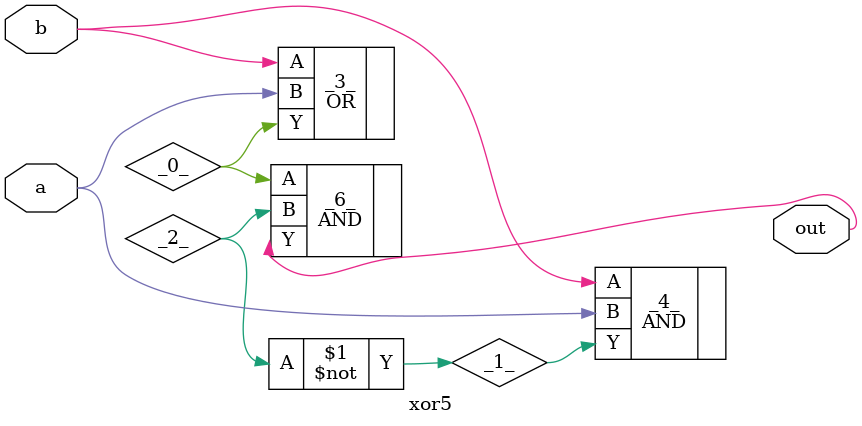
<source format=v>
/* Generated by Yosys 0.41+83 (git sha1 7045cf509, x86_64-w64-mingw32-g++ 13.2.1 -Os) */

/* cells_not_processed =  1  */
/* src = "xor5.v:2.1-9.10" */
module xor5(a, b, out);
  wire _0_;
  wire _1_;
  wire _2_;
  /* src = "xor5.v:3.16-3.17" */
  input a;
  wire a;
  /* src = "xor5.v:3.18-3.19" */
  input b;
  wire b;
  /* src = "xor5.v:4.17-4.20" */
  output out;
  wire out;
  OR _3_ (
    .A(b),
    .B(a),
    .Y(_0_)
  );
  AND _4_ (
    .A(b),
    .B(a),
    .Y(_1_)
  );
  not _5_ (
    .A(_1_),
    .Y(_2_)
  );
  AND _6_ (
    .A(_0_),
    .B(_2_),
    .Y(out)
  );
endmodule

</source>
